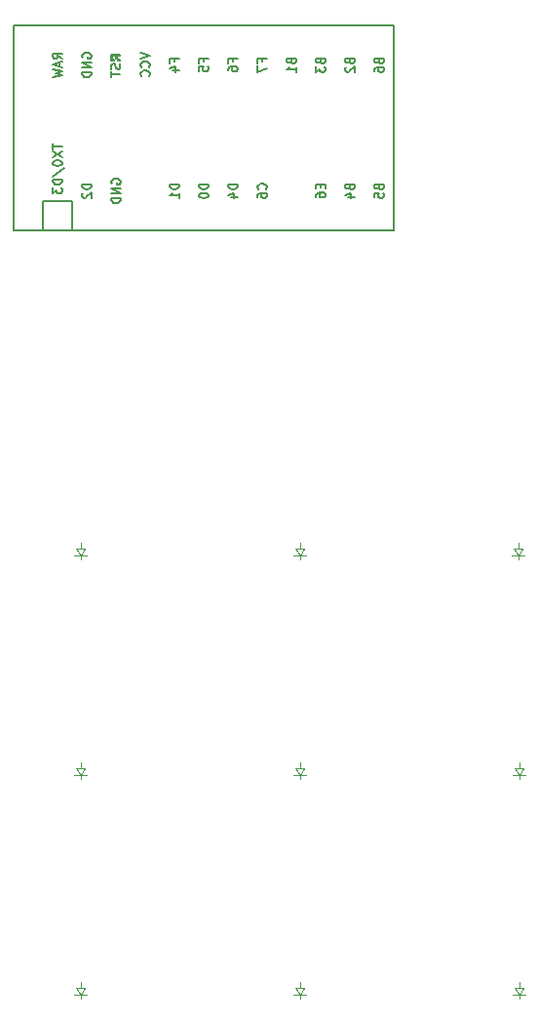
<source format=gbr>
%TF.GenerationSoftware,KiCad,Pcbnew,8.0.2*%
%TF.CreationDate,2024-05-13T19:47:08+03:00*%
%TF.ProjectId,tasta_mea,74617374-615f-46d6-9561-2e6b69636164,rev?*%
%TF.SameCoordinates,Original*%
%TF.FileFunction,Legend,Bot*%
%TF.FilePolarity,Positive*%
%FSLAX46Y46*%
G04 Gerber Fmt 4.6, Leading zero omitted, Abs format (unit mm)*
G04 Created by KiCad (PCBNEW 8.0.2) date 2024-05-13 19:47:08*
%MOMM*%
%LPD*%
G01*
G04 APERTURE LIST*
%ADD10C,0.150000*%
%ADD11C,0.200000*%
%ADD12C,0.100000*%
%ADD13R,1.752600X1.752600*%
%ADD14C,1.752600*%
%ADD15O,2.720000X3.240000*%
%ADD16R,1.800000X1.800000*%
%ADD17C,1.800000*%
%ADD18C,1.750000*%
%ADD19C,4.000000*%
%ADD20C,2.500000*%
%ADD21R,1.600000X1.600000*%
%ADD22O,1.600000X1.600000*%
G04 APERTURE END LIST*
D10*
X106110390Y-35771476D02*
X106072295Y-35695286D01*
X106072295Y-35695286D02*
X106072295Y-35581000D01*
X106072295Y-35581000D02*
X106110390Y-35466714D01*
X106110390Y-35466714D02*
X106186580Y-35390524D01*
X106186580Y-35390524D02*
X106262771Y-35352429D01*
X106262771Y-35352429D02*
X106415152Y-35314333D01*
X106415152Y-35314333D02*
X106529438Y-35314333D01*
X106529438Y-35314333D02*
X106681819Y-35352429D01*
X106681819Y-35352429D02*
X106758009Y-35390524D01*
X106758009Y-35390524D02*
X106834200Y-35466714D01*
X106834200Y-35466714D02*
X106872295Y-35581000D01*
X106872295Y-35581000D02*
X106872295Y-35657191D01*
X106872295Y-35657191D02*
X106834200Y-35771476D01*
X106834200Y-35771476D02*
X106796104Y-35809572D01*
X106796104Y-35809572D02*
X106529438Y-35809572D01*
X106529438Y-35809572D02*
X106529438Y-35657191D01*
X106872295Y-36152429D02*
X106072295Y-36152429D01*
X106072295Y-36152429D02*
X106872295Y-36609572D01*
X106872295Y-36609572D02*
X106072295Y-36609572D01*
X106872295Y-36990524D02*
X106072295Y-36990524D01*
X106072295Y-36990524D02*
X106072295Y-37181000D01*
X106072295Y-37181000D02*
X106110390Y-37295286D01*
X106110390Y-37295286D02*
X106186580Y-37371476D01*
X106186580Y-37371476D02*
X106262771Y-37409571D01*
X106262771Y-37409571D02*
X106415152Y-37447667D01*
X106415152Y-37447667D02*
X106529438Y-37447667D01*
X106529438Y-37447667D02*
X106681819Y-37409571D01*
X106681819Y-37409571D02*
X106758009Y-37371476D01*
X106758009Y-37371476D02*
X106834200Y-37295286D01*
X106834200Y-37295286D02*
X106872295Y-37181000D01*
X106872295Y-37181000D02*
X106872295Y-36990524D01*
X106814200Y-25346666D02*
X106852295Y-25460952D01*
X106852295Y-25460952D02*
X106852295Y-25651428D01*
X106852295Y-25651428D02*
X106814200Y-25727619D01*
X106814200Y-25727619D02*
X106776104Y-25765714D01*
X106776104Y-25765714D02*
X106699914Y-25803809D01*
X106699914Y-25803809D02*
X106623723Y-25803809D01*
X106623723Y-25803809D02*
X106547533Y-25765714D01*
X106547533Y-25765714D02*
X106509438Y-25727619D01*
X106509438Y-25727619D02*
X106471342Y-25651428D01*
X106471342Y-25651428D02*
X106433247Y-25499047D01*
X106433247Y-25499047D02*
X106395152Y-25422857D01*
X106395152Y-25422857D02*
X106357057Y-25384762D01*
X106357057Y-25384762D02*
X106280866Y-25346666D01*
X106280866Y-25346666D02*
X106204676Y-25346666D01*
X106204676Y-25346666D02*
X106128485Y-25384762D01*
X106128485Y-25384762D02*
X106090390Y-25422857D01*
X106090390Y-25422857D02*
X106052295Y-25499047D01*
X106052295Y-25499047D02*
X106052295Y-25689524D01*
X106052295Y-25689524D02*
X106090390Y-25803809D01*
X106052295Y-26032381D02*
X106052295Y-26489524D01*
X106852295Y-26260952D02*
X106052295Y-26260952D01*
X111952295Y-35790524D02*
X111152295Y-35790524D01*
X111152295Y-35790524D02*
X111152295Y-35981000D01*
X111152295Y-35981000D02*
X111190390Y-36095286D01*
X111190390Y-36095286D02*
X111266580Y-36171476D01*
X111266580Y-36171476D02*
X111342771Y-36209571D01*
X111342771Y-36209571D02*
X111495152Y-36247667D01*
X111495152Y-36247667D02*
X111609438Y-36247667D01*
X111609438Y-36247667D02*
X111761819Y-36209571D01*
X111761819Y-36209571D02*
X111838009Y-36171476D01*
X111838009Y-36171476D02*
X111914200Y-36095286D01*
X111914200Y-36095286D02*
X111952295Y-35981000D01*
X111952295Y-35981000D02*
X111952295Y-35790524D01*
X111952295Y-37009571D02*
X111952295Y-36552428D01*
X111952295Y-36781000D02*
X111152295Y-36781000D01*
X111152295Y-36781000D02*
X111266580Y-36704809D01*
X111266580Y-36704809D02*
X111342771Y-36628619D01*
X111342771Y-36628619D02*
X111380866Y-36552428D01*
X100992295Y-32301395D02*
X100992295Y-32758538D01*
X101792295Y-32529966D02*
X100992295Y-32529966D01*
X100992295Y-32949014D02*
X101792295Y-33482348D01*
X100992295Y-33482348D02*
X101792295Y-32949014D01*
X100992295Y-33939491D02*
X100992295Y-34015681D01*
X100992295Y-34015681D02*
X101030390Y-34091872D01*
X101030390Y-34091872D02*
X101068485Y-34129967D01*
X101068485Y-34129967D02*
X101144676Y-34168062D01*
X101144676Y-34168062D02*
X101297057Y-34206157D01*
X101297057Y-34206157D02*
X101487533Y-34206157D01*
X101487533Y-34206157D02*
X101639914Y-34168062D01*
X101639914Y-34168062D02*
X101716104Y-34129967D01*
X101716104Y-34129967D02*
X101754200Y-34091872D01*
X101754200Y-34091872D02*
X101792295Y-34015681D01*
X101792295Y-34015681D02*
X101792295Y-33939491D01*
X101792295Y-33939491D02*
X101754200Y-33863300D01*
X101754200Y-33863300D02*
X101716104Y-33825205D01*
X101716104Y-33825205D02*
X101639914Y-33787110D01*
X101639914Y-33787110D02*
X101487533Y-33749014D01*
X101487533Y-33749014D02*
X101297057Y-33749014D01*
X101297057Y-33749014D02*
X101144676Y-33787110D01*
X101144676Y-33787110D02*
X101068485Y-33825205D01*
X101068485Y-33825205D02*
X101030390Y-33863300D01*
X101030390Y-33863300D02*
X100992295Y-33939491D01*
X100954200Y-35120443D02*
X101982771Y-34434729D01*
X101792295Y-35387110D02*
X100992295Y-35387110D01*
X100992295Y-35387110D02*
X100992295Y-35577586D01*
X100992295Y-35577586D02*
X101030390Y-35691872D01*
X101030390Y-35691872D02*
X101106580Y-35768062D01*
X101106580Y-35768062D02*
X101182771Y-35806157D01*
X101182771Y-35806157D02*
X101335152Y-35844253D01*
X101335152Y-35844253D02*
X101449438Y-35844253D01*
X101449438Y-35844253D02*
X101601819Y-35806157D01*
X101601819Y-35806157D02*
X101678009Y-35768062D01*
X101678009Y-35768062D02*
X101754200Y-35691872D01*
X101754200Y-35691872D02*
X101792295Y-35577586D01*
X101792295Y-35577586D02*
X101792295Y-35387110D01*
X100992295Y-36110919D02*
X100992295Y-36606157D01*
X100992295Y-36606157D02*
X101297057Y-36339491D01*
X101297057Y-36339491D02*
X101297057Y-36453776D01*
X101297057Y-36453776D02*
X101335152Y-36529967D01*
X101335152Y-36529967D02*
X101373247Y-36568062D01*
X101373247Y-36568062D02*
X101449438Y-36606157D01*
X101449438Y-36606157D02*
X101639914Y-36606157D01*
X101639914Y-36606157D02*
X101716104Y-36568062D01*
X101716104Y-36568062D02*
X101754200Y-36529967D01*
X101754200Y-36529967D02*
X101792295Y-36453776D01*
X101792295Y-36453776D02*
X101792295Y-36225205D01*
X101792295Y-36225205D02*
X101754200Y-36149014D01*
X101754200Y-36149014D02*
X101716104Y-36110919D01*
X121693247Y-25135190D02*
X121731342Y-25249476D01*
X121731342Y-25249476D02*
X121769438Y-25287571D01*
X121769438Y-25287571D02*
X121845628Y-25325667D01*
X121845628Y-25325667D02*
X121959914Y-25325667D01*
X121959914Y-25325667D02*
X122036104Y-25287571D01*
X122036104Y-25287571D02*
X122074200Y-25249476D01*
X122074200Y-25249476D02*
X122112295Y-25173286D01*
X122112295Y-25173286D02*
X122112295Y-24868524D01*
X122112295Y-24868524D02*
X121312295Y-24868524D01*
X121312295Y-24868524D02*
X121312295Y-25135190D01*
X121312295Y-25135190D02*
X121350390Y-25211381D01*
X121350390Y-25211381D02*
X121388485Y-25249476D01*
X121388485Y-25249476D02*
X121464676Y-25287571D01*
X121464676Y-25287571D02*
X121540866Y-25287571D01*
X121540866Y-25287571D02*
X121617057Y-25249476D01*
X121617057Y-25249476D02*
X121655152Y-25211381D01*
X121655152Y-25211381D02*
X121693247Y-25135190D01*
X121693247Y-25135190D02*
X121693247Y-24868524D01*
X122112295Y-26087571D02*
X122112295Y-25630428D01*
X122112295Y-25859000D02*
X121312295Y-25859000D01*
X121312295Y-25859000D02*
X121426580Y-25782809D01*
X121426580Y-25782809D02*
X121502771Y-25706619D01*
X121502771Y-25706619D02*
X121540866Y-25630428D01*
X126773247Y-36057190D02*
X126811342Y-36171476D01*
X126811342Y-36171476D02*
X126849438Y-36209571D01*
X126849438Y-36209571D02*
X126925628Y-36247667D01*
X126925628Y-36247667D02*
X127039914Y-36247667D01*
X127039914Y-36247667D02*
X127116104Y-36209571D01*
X127116104Y-36209571D02*
X127154200Y-36171476D01*
X127154200Y-36171476D02*
X127192295Y-36095286D01*
X127192295Y-36095286D02*
X127192295Y-35790524D01*
X127192295Y-35790524D02*
X126392295Y-35790524D01*
X126392295Y-35790524D02*
X126392295Y-36057190D01*
X126392295Y-36057190D02*
X126430390Y-36133381D01*
X126430390Y-36133381D02*
X126468485Y-36171476D01*
X126468485Y-36171476D02*
X126544676Y-36209571D01*
X126544676Y-36209571D02*
X126620866Y-36209571D01*
X126620866Y-36209571D02*
X126697057Y-36171476D01*
X126697057Y-36171476D02*
X126735152Y-36133381D01*
X126735152Y-36133381D02*
X126773247Y-36057190D01*
X126773247Y-36057190D02*
X126773247Y-35790524D01*
X126658961Y-36933381D02*
X127192295Y-36933381D01*
X126354200Y-36742905D02*
X126925628Y-36552428D01*
X126925628Y-36552428D02*
X126925628Y-37047667D01*
X114492295Y-35790524D02*
X113692295Y-35790524D01*
X113692295Y-35790524D02*
X113692295Y-35981000D01*
X113692295Y-35981000D02*
X113730390Y-36095286D01*
X113730390Y-36095286D02*
X113806580Y-36171476D01*
X113806580Y-36171476D02*
X113882771Y-36209571D01*
X113882771Y-36209571D02*
X114035152Y-36247667D01*
X114035152Y-36247667D02*
X114149438Y-36247667D01*
X114149438Y-36247667D02*
X114301819Y-36209571D01*
X114301819Y-36209571D02*
X114378009Y-36171476D01*
X114378009Y-36171476D02*
X114454200Y-36095286D01*
X114454200Y-36095286D02*
X114492295Y-35981000D01*
X114492295Y-35981000D02*
X114492295Y-35790524D01*
X113692295Y-36742905D02*
X113692295Y-36819095D01*
X113692295Y-36819095D02*
X113730390Y-36895286D01*
X113730390Y-36895286D02*
X113768485Y-36933381D01*
X113768485Y-36933381D02*
X113844676Y-36971476D01*
X113844676Y-36971476D02*
X113997057Y-37009571D01*
X113997057Y-37009571D02*
X114187533Y-37009571D01*
X114187533Y-37009571D02*
X114339914Y-36971476D01*
X114339914Y-36971476D02*
X114416104Y-36933381D01*
X114416104Y-36933381D02*
X114454200Y-36895286D01*
X114454200Y-36895286D02*
X114492295Y-36819095D01*
X114492295Y-36819095D02*
X114492295Y-36742905D01*
X114492295Y-36742905D02*
X114454200Y-36666714D01*
X114454200Y-36666714D02*
X114416104Y-36628619D01*
X114416104Y-36628619D02*
X114339914Y-36590524D01*
X114339914Y-36590524D02*
X114187533Y-36552428D01*
X114187533Y-36552428D02*
X113997057Y-36552428D01*
X113997057Y-36552428D02*
X113844676Y-36590524D01*
X113844676Y-36590524D02*
X113768485Y-36628619D01*
X113768485Y-36628619D02*
X113730390Y-36666714D01*
X113730390Y-36666714D02*
X113692295Y-36742905D01*
X129313247Y-36057190D02*
X129351342Y-36171476D01*
X129351342Y-36171476D02*
X129389438Y-36209571D01*
X129389438Y-36209571D02*
X129465628Y-36247667D01*
X129465628Y-36247667D02*
X129579914Y-36247667D01*
X129579914Y-36247667D02*
X129656104Y-36209571D01*
X129656104Y-36209571D02*
X129694200Y-36171476D01*
X129694200Y-36171476D02*
X129732295Y-36095286D01*
X129732295Y-36095286D02*
X129732295Y-35790524D01*
X129732295Y-35790524D02*
X128932295Y-35790524D01*
X128932295Y-35790524D02*
X128932295Y-36057190D01*
X128932295Y-36057190D02*
X128970390Y-36133381D01*
X128970390Y-36133381D02*
X129008485Y-36171476D01*
X129008485Y-36171476D02*
X129084676Y-36209571D01*
X129084676Y-36209571D02*
X129160866Y-36209571D01*
X129160866Y-36209571D02*
X129237057Y-36171476D01*
X129237057Y-36171476D02*
X129275152Y-36133381D01*
X129275152Y-36133381D02*
X129313247Y-36057190D01*
X129313247Y-36057190D02*
X129313247Y-35790524D01*
X128932295Y-36971476D02*
X128932295Y-36590524D01*
X128932295Y-36590524D02*
X129313247Y-36552428D01*
X129313247Y-36552428D02*
X129275152Y-36590524D01*
X129275152Y-36590524D02*
X129237057Y-36666714D01*
X129237057Y-36666714D02*
X129237057Y-36857190D01*
X129237057Y-36857190D02*
X129275152Y-36933381D01*
X129275152Y-36933381D02*
X129313247Y-36971476D01*
X129313247Y-36971476D02*
X129389438Y-37009571D01*
X129389438Y-37009571D02*
X129579914Y-37009571D01*
X129579914Y-37009571D02*
X129656104Y-36971476D01*
X129656104Y-36971476D02*
X129694200Y-36933381D01*
X129694200Y-36933381D02*
X129732295Y-36857190D01*
X129732295Y-36857190D02*
X129732295Y-36666714D01*
X129732295Y-36666714D02*
X129694200Y-36590524D01*
X129694200Y-36590524D02*
X129656104Y-36552428D01*
X116613247Y-25192333D02*
X116613247Y-24925667D01*
X117032295Y-24925667D02*
X116232295Y-24925667D01*
X116232295Y-24925667D02*
X116232295Y-25306619D01*
X116232295Y-25954238D02*
X116232295Y-25801857D01*
X116232295Y-25801857D02*
X116270390Y-25725666D01*
X116270390Y-25725666D02*
X116308485Y-25687571D01*
X116308485Y-25687571D02*
X116422771Y-25611381D01*
X116422771Y-25611381D02*
X116575152Y-25573285D01*
X116575152Y-25573285D02*
X116879914Y-25573285D01*
X116879914Y-25573285D02*
X116956104Y-25611381D01*
X116956104Y-25611381D02*
X116994200Y-25649476D01*
X116994200Y-25649476D02*
X117032295Y-25725666D01*
X117032295Y-25725666D02*
X117032295Y-25878047D01*
X117032295Y-25878047D02*
X116994200Y-25954238D01*
X116994200Y-25954238D02*
X116956104Y-25992333D01*
X116956104Y-25992333D02*
X116879914Y-26030428D01*
X116879914Y-26030428D02*
X116689438Y-26030428D01*
X116689438Y-26030428D02*
X116613247Y-25992333D01*
X116613247Y-25992333D02*
X116575152Y-25954238D01*
X116575152Y-25954238D02*
X116537057Y-25878047D01*
X116537057Y-25878047D02*
X116537057Y-25725666D01*
X116537057Y-25725666D02*
X116575152Y-25649476D01*
X116575152Y-25649476D02*
X116613247Y-25611381D01*
X116613247Y-25611381D02*
X116689438Y-25573285D01*
X101792295Y-24906619D02*
X101411342Y-24639952D01*
X101792295Y-24449476D02*
X100992295Y-24449476D01*
X100992295Y-24449476D02*
X100992295Y-24754238D01*
X100992295Y-24754238D02*
X101030390Y-24830428D01*
X101030390Y-24830428D02*
X101068485Y-24868523D01*
X101068485Y-24868523D02*
X101144676Y-24906619D01*
X101144676Y-24906619D02*
X101258961Y-24906619D01*
X101258961Y-24906619D02*
X101335152Y-24868523D01*
X101335152Y-24868523D02*
X101373247Y-24830428D01*
X101373247Y-24830428D02*
X101411342Y-24754238D01*
X101411342Y-24754238D02*
X101411342Y-24449476D01*
X101563723Y-25211380D02*
X101563723Y-25592333D01*
X101792295Y-25135190D02*
X100992295Y-25401857D01*
X100992295Y-25401857D02*
X101792295Y-25668523D01*
X100992295Y-25858999D02*
X101792295Y-26049475D01*
X101792295Y-26049475D02*
X101220866Y-26201856D01*
X101220866Y-26201856D02*
X101792295Y-26354237D01*
X101792295Y-26354237D02*
X100992295Y-26544714D01*
X119153247Y-25192333D02*
X119153247Y-24925667D01*
X119572295Y-24925667D02*
X118772295Y-24925667D01*
X118772295Y-24925667D02*
X118772295Y-25306619D01*
X118772295Y-25535190D02*
X118772295Y-26068524D01*
X118772295Y-26068524D02*
X119572295Y-25725666D01*
X126773247Y-25135190D02*
X126811342Y-25249476D01*
X126811342Y-25249476D02*
X126849438Y-25287571D01*
X126849438Y-25287571D02*
X126925628Y-25325667D01*
X126925628Y-25325667D02*
X127039914Y-25325667D01*
X127039914Y-25325667D02*
X127116104Y-25287571D01*
X127116104Y-25287571D02*
X127154200Y-25249476D01*
X127154200Y-25249476D02*
X127192295Y-25173286D01*
X127192295Y-25173286D02*
X127192295Y-24868524D01*
X127192295Y-24868524D02*
X126392295Y-24868524D01*
X126392295Y-24868524D02*
X126392295Y-25135190D01*
X126392295Y-25135190D02*
X126430390Y-25211381D01*
X126430390Y-25211381D02*
X126468485Y-25249476D01*
X126468485Y-25249476D02*
X126544676Y-25287571D01*
X126544676Y-25287571D02*
X126620866Y-25287571D01*
X126620866Y-25287571D02*
X126697057Y-25249476D01*
X126697057Y-25249476D02*
X126735152Y-25211381D01*
X126735152Y-25211381D02*
X126773247Y-25135190D01*
X126773247Y-25135190D02*
X126773247Y-24868524D01*
X126468485Y-25630428D02*
X126430390Y-25668524D01*
X126430390Y-25668524D02*
X126392295Y-25744714D01*
X126392295Y-25744714D02*
X126392295Y-25935190D01*
X126392295Y-25935190D02*
X126430390Y-26011381D01*
X126430390Y-26011381D02*
X126468485Y-26049476D01*
X126468485Y-26049476D02*
X126544676Y-26087571D01*
X126544676Y-26087571D02*
X126620866Y-26087571D01*
X126620866Y-26087571D02*
X126735152Y-26049476D01*
X126735152Y-26049476D02*
X127192295Y-25592333D01*
X127192295Y-25592333D02*
X127192295Y-26087571D01*
X108612295Y-24392333D02*
X109412295Y-24659000D01*
X109412295Y-24659000D02*
X108612295Y-24925666D01*
X109336104Y-25649476D02*
X109374200Y-25611380D01*
X109374200Y-25611380D02*
X109412295Y-25497095D01*
X109412295Y-25497095D02*
X109412295Y-25420904D01*
X109412295Y-25420904D02*
X109374200Y-25306618D01*
X109374200Y-25306618D02*
X109298009Y-25230428D01*
X109298009Y-25230428D02*
X109221819Y-25192333D01*
X109221819Y-25192333D02*
X109069438Y-25154237D01*
X109069438Y-25154237D02*
X108955152Y-25154237D01*
X108955152Y-25154237D02*
X108802771Y-25192333D01*
X108802771Y-25192333D02*
X108726580Y-25230428D01*
X108726580Y-25230428D02*
X108650390Y-25306618D01*
X108650390Y-25306618D02*
X108612295Y-25420904D01*
X108612295Y-25420904D02*
X108612295Y-25497095D01*
X108612295Y-25497095D02*
X108650390Y-25611380D01*
X108650390Y-25611380D02*
X108688485Y-25649476D01*
X109336104Y-26449476D02*
X109374200Y-26411380D01*
X109374200Y-26411380D02*
X109412295Y-26297095D01*
X109412295Y-26297095D02*
X109412295Y-26220904D01*
X109412295Y-26220904D02*
X109374200Y-26106618D01*
X109374200Y-26106618D02*
X109298009Y-26030428D01*
X109298009Y-26030428D02*
X109221819Y-25992333D01*
X109221819Y-25992333D02*
X109069438Y-25954237D01*
X109069438Y-25954237D02*
X108955152Y-25954237D01*
X108955152Y-25954237D02*
X108802771Y-25992333D01*
X108802771Y-25992333D02*
X108726580Y-26030428D01*
X108726580Y-26030428D02*
X108650390Y-26106618D01*
X108650390Y-26106618D02*
X108612295Y-26220904D01*
X108612295Y-26220904D02*
X108612295Y-26297095D01*
X108612295Y-26297095D02*
X108650390Y-26411380D01*
X108650390Y-26411380D02*
X108688485Y-26449476D01*
X103570390Y-24849476D02*
X103532295Y-24773286D01*
X103532295Y-24773286D02*
X103532295Y-24659000D01*
X103532295Y-24659000D02*
X103570390Y-24544714D01*
X103570390Y-24544714D02*
X103646580Y-24468524D01*
X103646580Y-24468524D02*
X103722771Y-24430429D01*
X103722771Y-24430429D02*
X103875152Y-24392333D01*
X103875152Y-24392333D02*
X103989438Y-24392333D01*
X103989438Y-24392333D02*
X104141819Y-24430429D01*
X104141819Y-24430429D02*
X104218009Y-24468524D01*
X104218009Y-24468524D02*
X104294200Y-24544714D01*
X104294200Y-24544714D02*
X104332295Y-24659000D01*
X104332295Y-24659000D02*
X104332295Y-24735191D01*
X104332295Y-24735191D02*
X104294200Y-24849476D01*
X104294200Y-24849476D02*
X104256104Y-24887572D01*
X104256104Y-24887572D02*
X103989438Y-24887572D01*
X103989438Y-24887572D02*
X103989438Y-24735191D01*
X104332295Y-25230429D02*
X103532295Y-25230429D01*
X103532295Y-25230429D02*
X104332295Y-25687572D01*
X104332295Y-25687572D02*
X103532295Y-25687572D01*
X104332295Y-26068524D02*
X103532295Y-26068524D01*
X103532295Y-26068524D02*
X103532295Y-26259000D01*
X103532295Y-26259000D02*
X103570390Y-26373286D01*
X103570390Y-26373286D02*
X103646580Y-26449476D01*
X103646580Y-26449476D02*
X103722771Y-26487571D01*
X103722771Y-26487571D02*
X103875152Y-26525667D01*
X103875152Y-26525667D02*
X103989438Y-26525667D01*
X103989438Y-26525667D02*
X104141819Y-26487571D01*
X104141819Y-26487571D02*
X104218009Y-26449476D01*
X104218009Y-26449476D02*
X104294200Y-26373286D01*
X104294200Y-26373286D02*
X104332295Y-26259000D01*
X104332295Y-26259000D02*
X104332295Y-26068524D01*
X111533247Y-25192333D02*
X111533247Y-24925667D01*
X111952295Y-24925667D02*
X111152295Y-24925667D01*
X111152295Y-24925667D02*
X111152295Y-25306619D01*
X111418961Y-25954238D02*
X111952295Y-25954238D01*
X111114200Y-25763762D02*
X111685628Y-25573285D01*
X111685628Y-25573285D02*
X111685628Y-26068524D01*
X129313247Y-25135190D02*
X129351342Y-25249476D01*
X129351342Y-25249476D02*
X129389438Y-25287571D01*
X129389438Y-25287571D02*
X129465628Y-25325667D01*
X129465628Y-25325667D02*
X129579914Y-25325667D01*
X129579914Y-25325667D02*
X129656104Y-25287571D01*
X129656104Y-25287571D02*
X129694200Y-25249476D01*
X129694200Y-25249476D02*
X129732295Y-25173286D01*
X129732295Y-25173286D02*
X129732295Y-24868524D01*
X129732295Y-24868524D02*
X128932295Y-24868524D01*
X128932295Y-24868524D02*
X128932295Y-25135190D01*
X128932295Y-25135190D02*
X128970390Y-25211381D01*
X128970390Y-25211381D02*
X129008485Y-25249476D01*
X129008485Y-25249476D02*
X129084676Y-25287571D01*
X129084676Y-25287571D02*
X129160866Y-25287571D01*
X129160866Y-25287571D02*
X129237057Y-25249476D01*
X129237057Y-25249476D02*
X129275152Y-25211381D01*
X129275152Y-25211381D02*
X129313247Y-25135190D01*
X129313247Y-25135190D02*
X129313247Y-24868524D01*
X128932295Y-26011381D02*
X128932295Y-25859000D01*
X128932295Y-25859000D02*
X128970390Y-25782809D01*
X128970390Y-25782809D02*
X129008485Y-25744714D01*
X129008485Y-25744714D02*
X129122771Y-25668524D01*
X129122771Y-25668524D02*
X129275152Y-25630428D01*
X129275152Y-25630428D02*
X129579914Y-25630428D01*
X129579914Y-25630428D02*
X129656104Y-25668524D01*
X129656104Y-25668524D02*
X129694200Y-25706619D01*
X129694200Y-25706619D02*
X129732295Y-25782809D01*
X129732295Y-25782809D02*
X129732295Y-25935190D01*
X129732295Y-25935190D02*
X129694200Y-26011381D01*
X129694200Y-26011381D02*
X129656104Y-26049476D01*
X129656104Y-26049476D02*
X129579914Y-26087571D01*
X129579914Y-26087571D02*
X129389438Y-26087571D01*
X129389438Y-26087571D02*
X129313247Y-26049476D01*
X129313247Y-26049476D02*
X129275152Y-26011381D01*
X129275152Y-26011381D02*
X129237057Y-25935190D01*
X129237057Y-25935190D02*
X129237057Y-25782809D01*
X129237057Y-25782809D02*
X129275152Y-25706619D01*
X129275152Y-25706619D02*
X129313247Y-25668524D01*
X129313247Y-25668524D02*
X129389438Y-25630428D01*
X119496104Y-36247667D02*
X119534200Y-36209571D01*
X119534200Y-36209571D02*
X119572295Y-36095286D01*
X119572295Y-36095286D02*
X119572295Y-36019095D01*
X119572295Y-36019095D02*
X119534200Y-35904809D01*
X119534200Y-35904809D02*
X119458009Y-35828619D01*
X119458009Y-35828619D02*
X119381819Y-35790524D01*
X119381819Y-35790524D02*
X119229438Y-35752428D01*
X119229438Y-35752428D02*
X119115152Y-35752428D01*
X119115152Y-35752428D02*
X118962771Y-35790524D01*
X118962771Y-35790524D02*
X118886580Y-35828619D01*
X118886580Y-35828619D02*
X118810390Y-35904809D01*
X118810390Y-35904809D02*
X118772295Y-36019095D01*
X118772295Y-36019095D02*
X118772295Y-36095286D01*
X118772295Y-36095286D02*
X118810390Y-36209571D01*
X118810390Y-36209571D02*
X118848485Y-36247667D01*
X118772295Y-36933381D02*
X118772295Y-36781000D01*
X118772295Y-36781000D02*
X118810390Y-36704809D01*
X118810390Y-36704809D02*
X118848485Y-36666714D01*
X118848485Y-36666714D02*
X118962771Y-36590524D01*
X118962771Y-36590524D02*
X119115152Y-36552428D01*
X119115152Y-36552428D02*
X119419914Y-36552428D01*
X119419914Y-36552428D02*
X119496104Y-36590524D01*
X119496104Y-36590524D02*
X119534200Y-36628619D01*
X119534200Y-36628619D02*
X119572295Y-36704809D01*
X119572295Y-36704809D02*
X119572295Y-36857190D01*
X119572295Y-36857190D02*
X119534200Y-36933381D01*
X119534200Y-36933381D02*
X119496104Y-36971476D01*
X119496104Y-36971476D02*
X119419914Y-37009571D01*
X119419914Y-37009571D02*
X119229438Y-37009571D01*
X119229438Y-37009571D02*
X119153247Y-36971476D01*
X119153247Y-36971476D02*
X119115152Y-36933381D01*
X119115152Y-36933381D02*
X119077057Y-36857190D01*
X119077057Y-36857190D02*
X119077057Y-36704809D01*
X119077057Y-36704809D02*
X119115152Y-36628619D01*
X119115152Y-36628619D02*
X119153247Y-36590524D01*
X119153247Y-36590524D02*
X119229438Y-36552428D01*
X104332295Y-35790524D02*
X103532295Y-35790524D01*
X103532295Y-35790524D02*
X103532295Y-35981000D01*
X103532295Y-35981000D02*
X103570390Y-36095286D01*
X103570390Y-36095286D02*
X103646580Y-36171476D01*
X103646580Y-36171476D02*
X103722771Y-36209571D01*
X103722771Y-36209571D02*
X103875152Y-36247667D01*
X103875152Y-36247667D02*
X103989438Y-36247667D01*
X103989438Y-36247667D02*
X104141819Y-36209571D01*
X104141819Y-36209571D02*
X104218009Y-36171476D01*
X104218009Y-36171476D02*
X104294200Y-36095286D01*
X104294200Y-36095286D02*
X104332295Y-35981000D01*
X104332295Y-35981000D02*
X104332295Y-35790524D01*
X103608485Y-36552428D02*
X103570390Y-36590524D01*
X103570390Y-36590524D02*
X103532295Y-36666714D01*
X103532295Y-36666714D02*
X103532295Y-36857190D01*
X103532295Y-36857190D02*
X103570390Y-36933381D01*
X103570390Y-36933381D02*
X103608485Y-36971476D01*
X103608485Y-36971476D02*
X103684676Y-37009571D01*
X103684676Y-37009571D02*
X103760866Y-37009571D01*
X103760866Y-37009571D02*
X103875152Y-36971476D01*
X103875152Y-36971476D02*
X104332295Y-36514333D01*
X104332295Y-36514333D02*
X104332295Y-37009571D01*
X124233247Y-25135190D02*
X124271342Y-25249476D01*
X124271342Y-25249476D02*
X124309438Y-25287571D01*
X124309438Y-25287571D02*
X124385628Y-25325667D01*
X124385628Y-25325667D02*
X124499914Y-25325667D01*
X124499914Y-25325667D02*
X124576104Y-25287571D01*
X124576104Y-25287571D02*
X124614200Y-25249476D01*
X124614200Y-25249476D02*
X124652295Y-25173286D01*
X124652295Y-25173286D02*
X124652295Y-24868524D01*
X124652295Y-24868524D02*
X123852295Y-24868524D01*
X123852295Y-24868524D02*
X123852295Y-25135190D01*
X123852295Y-25135190D02*
X123890390Y-25211381D01*
X123890390Y-25211381D02*
X123928485Y-25249476D01*
X123928485Y-25249476D02*
X124004676Y-25287571D01*
X124004676Y-25287571D02*
X124080866Y-25287571D01*
X124080866Y-25287571D02*
X124157057Y-25249476D01*
X124157057Y-25249476D02*
X124195152Y-25211381D01*
X124195152Y-25211381D02*
X124233247Y-25135190D01*
X124233247Y-25135190D02*
X124233247Y-24868524D01*
X123852295Y-25592333D02*
X123852295Y-26087571D01*
X123852295Y-26087571D02*
X124157057Y-25820905D01*
X124157057Y-25820905D02*
X124157057Y-25935190D01*
X124157057Y-25935190D02*
X124195152Y-26011381D01*
X124195152Y-26011381D02*
X124233247Y-26049476D01*
X124233247Y-26049476D02*
X124309438Y-26087571D01*
X124309438Y-26087571D02*
X124499914Y-26087571D01*
X124499914Y-26087571D02*
X124576104Y-26049476D01*
X124576104Y-26049476D02*
X124614200Y-26011381D01*
X124614200Y-26011381D02*
X124652295Y-25935190D01*
X124652295Y-25935190D02*
X124652295Y-25706619D01*
X124652295Y-25706619D02*
X124614200Y-25630428D01*
X124614200Y-25630428D02*
X124576104Y-25592333D01*
X117032295Y-35790524D02*
X116232295Y-35790524D01*
X116232295Y-35790524D02*
X116232295Y-35981000D01*
X116232295Y-35981000D02*
X116270390Y-36095286D01*
X116270390Y-36095286D02*
X116346580Y-36171476D01*
X116346580Y-36171476D02*
X116422771Y-36209571D01*
X116422771Y-36209571D02*
X116575152Y-36247667D01*
X116575152Y-36247667D02*
X116689438Y-36247667D01*
X116689438Y-36247667D02*
X116841819Y-36209571D01*
X116841819Y-36209571D02*
X116918009Y-36171476D01*
X116918009Y-36171476D02*
X116994200Y-36095286D01*
X116994200Y-36095286D02*
X117032295Y-35981000D01*
X117032295Y-35981000D02*
X117032295Y-35790524D01*
X116498961Y-36933381D02*
X117032295Y-36933381D01*
X116194200Y-36742905D02*
X116765628Y-36552428D01*
X116765628Y-36552428D02*
X116765628Y-37047667D01*
X124233247Y-35828619D02*
X124233247Y-36095285D01*
X124652295Y-36209571D02*
X124652295Y-35828619D01*
X124652295Y-35828619D02*
X123852295Y-35828619D01*
X123852295Y-35828619D02*
X123852295Y-36209571D01*
X123852295Y-36895286D02*
X123852295Y-36742905D01*
X123852295Y-36742905D02*
X123890390Y-36666714D01*
X123890390Y-36666714D02*
X123928485Y-36628619D01*
X123928485Y-36628619D02*
X124042771Y-36552429D01*
X124042771Y-36552429D02*
X124195152Y-36514333D01*
X124195152Y-36514333D02*
X124499914Y-36514333D01*
X124499914Y-36514333D02*
X124576104Y-36552429D01*
X124576104Y-36552429D02*
X124614200Y-36590524D01*
X124614200Y-36590524D02*
X124652295Y-36666714D01*
X124652295Y-36666714D02*
X124652295Y-36819095D01*
X124652295Y-36819095D02*
X124614200Y-36895286D01*
X124614200Y-36895286D02*
X124576104Y-36933381D01*
X124576104Y-36933381D02*
X124499914Y-36971476D01*
X124499914Y-36971476D02*
X124309438Y-36971476D01*
X124309438Y-36971476D02*
X124233247Y-36933381D01*
X124233247Y-36933381D02*
X124195152Y-36895286D01*
X124195152Y-36895286D02*
X124157057Y-36819095D01*
X124157057Y-36819095D02*
X124157057Y-36666714D01*
X124157057Y-36666714D02*
X124195152Y-36590524D01*
X124195152Y-36590524D02*
X124233247Y-36552429D01*
X124233247Y-36552429D02*
X124309438Y-36514333D01*
X114073247Y-25192333D02*
X114073247Y-24925667D01*
X114492295Y-24925667D02*
X113692295Y-24925667D01*
X113692295Y-24925667D02*
X113692295Y-25306619D01*
X113692295Y-25992333D02*
X113692295Y-25611381D01*
X113692295Y-25611381D02*
X114073247Y-25573285D01*
X114073247Y-25573285D02*
X114035152Y-25611381D01*
X114035152Y-25611381D02*
X113997057Y-25687571D01*
X113997057Y-25687571D02*
X113997057Y-25878047D01*
X113997057Y-25878047D02*
X114035152Y-25954238D01*
X114035152Y-25954238D02*
X114073247Y-25992333D01*
X114073247Y-25992333D02*
X114149438Y-26030428D01*
X114149438Y-26030428D02*
X114339914Y-26030428D01*
X114339914Y-26030428D02*
X114416104Y-25992333D01*
X114416104Y-25992333D02*
X114454200Y-25954238D01*
X114454200Y-25954238D02*
X114492295Y-25878047D01*
X114492295Y-25878047D02*
X114492295Y-25687571D01*
X114492295Y-25687571D02*
X114454200Y-25611381D01*
X114454200Y-25611381D02*
X114416104Y-25573285D01*
D11*
%TO.C,U1*%
X97620000Y-22030000D02*
X97620000Y-39810000D01*
X97620000Y-39810000D02*
X130640000Y-39810000D01*
X100160000Y-37270000D02*
X100160000Y-39810000D01*
X100160000Y-37270000D02*
X102700000Y-37270000D01*
X102700000Y-37270000D02*
X102700000Y-39810000D01*
X130640000Y-22030000D02*
X97620000Y-22030000D01*
X130640000Y-39810000D02*
X130640000Y-22030000D01*
D10*
X106849030Y-24675365D02*
X106049030Y-24675365D01*
X106049030Y-24575365D01*
X106849030Y-24575365D01*
X106849030Y-24675365D01*
G36*
X106849030Y-24675365D02*
G01*
X106049030Y-24675365D01*
X106049030Y-24575365D01*
X106849030Y-24575365D01*
X106849030Y-24675365D01*
G37*
X106149030Y-25075365D02*
X106049030Y-25075365D01*
X106049030Y-24575365D01*
X106149030Y-24575365D01*
X106149030Y-25075365D01*
G36*
X106149030Y-25075365D02*
G01*
X106049030Y-25075365D01*
X106049030Y-24575365D01*
X106149030Y-24575365D01*
X106149030Y-25075365D01*
G37*
X106349030Y-25075365D02*
X106049030Y-25075365D01*
X106049030Y-24975365D01*
X106349030Y-24975365D01*
X106349030Y-25075365D01*
G36*
X106349030Y-25075365D02*
G01*
X106049030Y-25075365D01*
X106049030Y-24975365D01*
X106349030Y-24975365D01*
X106349030Y-25075365D01*
G37*
X106549030Y-24875365D02*
X106449030Y-24875365D01*
X106449030Y-24775365D01*
X106549030Y-24775365D01*
X106549030Y-24875365D01*
G36*
X106549030Y-24875365D02*
G01*
X106449030Y-24875365D01*
X106449030Y-24775365D01*
X106549030Y-24775365D01*
X106549030Y-24875365D01*
G37*
X106849030Y-25075365D02*
X106649030Y-25075365D01*
X106649030Y-24975365D01*
X106849030Y-24975365D01*
X106849030Y-25075365D01*
G36*
X106849030Y-25075365D02*
G01*
X106649030Y-25075365D01*
X106649030Y-24975365D01*
X106849030Y-24975365D01*
X106849030Y-25075365D01*
G37*
D12*
%TO.C,D6*%
X140950000Y-87030000D02*
X142050000Y-87030000D01*
X141100000Y-86430000D02*
X141900000Y-86430000D01*
X141500000Y-85930000D02*
X141500000Y-86430000D01*
X141500000Y-87030000D02*
X141100000Y-86430000D01*
X141500000Y-87030000D02*
X141500000Y-87430000D01*
X141900000Y-86430000D02*
X141500000Y-87030000D01*
%TO.C,D9*%
X140950000Y-106080000D02*
X142050000Y-106080000D01*
X141100000Y-105480000D02*
X141900000Y-105480000D01*
X141500000Y-104980000D02*
X141500000Y-105480000D01*
X141500000Y-106080000D02*
X141100000Y-105480000D01*
X141500000Y-106080000D02*
X141500000Y-106480000D01*
X141900000Y-105480000D02*
X141500000Y-106080000D01*
%TO.C,D3*%
X140860000Y-67980000D02*
X141960000Y-67980000D01*
X141010000Y-67380000D02*
X141810000Y-67380000D01*
X141410000Y-66880000D02*
X141410000Y-67380000D01*
X141410000Y-67980000D02*
X141010000Y-67380000D01*
X141410000Y-67980000D02*
X141410000Y-68380000D01*
X141810000Y-67380000D02*
X141410000Y-67980000D01*
%TO.C,D7*%
X102850000Y-106080000D02*
X103950000Y-106080000D01*
X103000000Y-105480000D02*
X103800000Y-105480000D01*
X103400000Y-104980000D02*
X103400000Y-105480000D01*
X103400000Y-106080000D02*
X103000000Y-105480000D01*
X103400000Y-106080000D02*
X103400000Y-106480000D01*
X103800000Y-105480000D02*
X103400000Y-106080000D01*
%TO.C,D4*%
X102850000Y-87030000D02*
X103950000Y-87030000D01*
X103000000Y-86430000D02*
X103800000Y-86430000D01*
X103400000Y-85930000D02*
X103400000Y-86430000D01*
X103400000Y-87030000D02*
X103000000Y-86430000D01*
X103400000Y-87030000D02*
X103400000Y-87430000D01*
X103800000Y-86430000D02*
X103400000Y-87030000D01*
%TO.C,D8*%
X121900000Y-106080000D02*
X123000000Y-106080000D01*
X122050000Y-105480000D02*
X122850000Y-105480000D01*
X122450000Y-104980000D02*
X122450000Y-105480000D01*
X122450000Y-106080000D02*
X122050000Y-105480000D01*
X122450000Y-106080000D02*
X122450000Y-106480000D01*
X122850000Y-105480000D02*
X122450000Y-106080000D01*
%TO.C,D5*%
X121900000Y-87030000D02*
X123000000Y-87030000D01*
X122050000Y-86430000D02*
X122850000Y-86430000D01*
X122450000Y-85930000D02*
X122450000Y-86430000D01*
X122450000Y-87030000D02*
X122050000Y-86430000D01*
X122450000Y-87030000D02*
X122450000Y-87430000D01*
X122850000Y-86430000D02*
X122450000Y-87030000D01*
%TO.C,D1*%
X102850000Y-67980000D02*
X103950000Y-67980000D01*
X103000000Y-67380000D02*
X103800000Y-67380000D01*
X103400000Y-66880000D02*
X103400000Y-67380000D01*
X103400000Y-67980000D02*
X103000000Y-67380000D01*
X103400000Y-67980000D02*
X103400000Y-68380000D01*
X103800000Y-67380000D02*
X103400000Y-67980000D01*
%TO.C,D2*%
X121900000Y-67980000D02*
X123000000Y-67980000D01*
X122050000Y-67380000D02*
X122850000Y-67380000D01*
X122450000Y-66880000D02*
X122450000Y-67380000D01*
X122450000Y-67980000D02*
X122050000Y-67380000D01*
X122450000Y-67980000D02*
X122450000Y-68380000D01*
X122850000Y-67380000D02*
X122450000Y-67980000D01*
%TD*%
D13*
%TO.C,U1*%
X101430000Y-38540000D03*
D14*
X103970000Y-38540000D03*
X106510000Y-38540000D03*
X109050000Y-38540000D03*
X111590000Y-38540000D03*
X114130000Y-38540000D03*
X116670000Y-38540000D03*
X119210000Y-38540000D03*
X121750000Y-38540000D03*
X124290000Y-38540000D03*
X126830000Y-38540000D03*
X129370000Y-38540000D03*
X129370000Y-23300000D03*
X126830000Y-23300000D03*
X124290000Y-23300000D03*
X121750000Y-23300000D03*
X119210000Y-23300000D03*
X116670000Y-23300000D03*
X114130000Y-23300000D03*
X111590000Y-23300000D03*
X109050000Y-23300000D03*
X106510000Y-23300000D03*
X103970000Y-23300000D03*
X101430000Y-23300000D03*
%TD*%
%LPC*%
D15*
%TO.C,RV1*%
X98650000Y-53420000D03*
X89050000Y-53420000D03*
D16*
X96350000Y-45920000D03*
D17*
X93850000Y-45920000D03*
X91350000Y-45920000D03*
%TD*%
D18*
%TO.C,S1*%
X88770000Y-68920000D03*
D19*
X93850000Y-68920000D03*
D18*
X98930000Y-68920000D03*
D20*
X90040000Y-66380000D03*
X96390000Y-63840000D03*
%TD*%
D15*
%TO.C,RV3*%
X136750000Y-53420000D03*
X127150000Y-53420000D03*
D16*
X134450000Y-45920000D03*
D17*
X131950000Y-45920000D03*
X129450000Y-45920000D03*
%TD*%
D13*
%TO.C,U1*%
X101430000Y-38540000D03*
D14*
X103970000Y-38540000D03*
X106510000Y-38540000D03*
X109050000Y-38540000D03*
X111590000Y-38540000D03*
X114130000Y-38540000D03*
X116670000Y-38540000D03*
X119210000Y-38540000D03*
X121750000Y-38540000D03*
X124290000Y-38540000D03*
X126830000Y-38540000D03*
X129370000Y-38540000D03*
X129370000Y-23300000D03*
X126830000Y-23300000D03*
X124290000Y-23300000D03*
X121750000Y-23300000D03*
X119210000Y-23300000D03*
X116670000Y-23300000D03*
X114130000Y-23300000D03*
X111590000Y-23300000D03*
X109050000Y-23300000D03*
X106510000Y-23300000D03*
X103970000Y-23300000D03*
X101430000Y-23300000D03*
%TD*%
D18*
%TO.C,S6*%
X126870000Y-87970000D03*
D19*
X131950000Y-87970000D03*
D18*
X137030000Y-87970000D03*
D20*
X128140000Y-85430000D03*
X134490000Y-82890000D03*
%TD*%
D18*
%TO.C,S7*%
X88770000Y-107020000D03*
D19*
X93850000Y-107020000D03*
D18*
X98930000Y-107020000D03*
D20*
X90040000Y-104480000D03*
X96390000Y-101940000D03*
%TD*%
D18*
%TO.C,S2*%
X107820000Y-68920000D03*
D19*
X112900000Y-68920000D03*
D18*
X117980000Y-68920000D03*
D20*
X109090000Y-66380000D03*
X115440000Y-63840000D03*
%TD*%
D18*
%TO.C,S9*%
X126870000Y-107020000D03*
D19*
X131950000Y-107020000D03*
D18*
X137030000Y-107020000D03*
D20*
X128140000Y-104480000D03*
X134490000Y-101940000D03*
%TD*%
D15*
%TO.C,RV2*%
X117700000Y-53420000D03*
X108100000Y-53420000D03*
D16*
X115400000Y-45920000D03*
D17*
X112900000Y-45920000D03*
X110400000Y-45920000D03*
%TD*%
D18*
%TO.C,S5*%
X107820000Y-87970000D03*
D19*
X112900000Y-87970000D03*
D18*
X117980000Y-87970000D03*
D20*
X109090000Y-85430000D03*
X115440000Y-82890000D03*
%TD*%
D18*
%TO.C,S3*%
X126870000Y-68920000D03*
D19*
X131950000Y-68920000D03*
D18*
X137030000Y-68920000D03*
D20*
X128140000Y-66380000D03*
X134490000Y-63840000D03*
%TD*%
D18*
%TO.C,S8*%
X107820000Y-107020000D03*
D19*
X112900000Y-107020000D03*
D18*
X117980000Y-107020000D03*
D20*
X109090000Y-104480000D03*
X115440000Y-101940000D03*
%TD*%
D18*
%TO.C,S4*%
X88770000Y-87970000D03*
D19*
X93850000Y-87970000D03*
D18*
X98930000Y-87970000D03*
D20*
X90040000Y-85430000D03*
X96390000Y-82890000D03*
%TD*%
D21*
%TO.C,D6*%
X141500000Y-90490000D03*
D22*
X141500000Y-82870000D03*
%TD*%
D21*
%TO.C,D9*%
X141500000Y-109540000D03*
D22*
X141500000Y-101920000D03*
%TD*%
D21*
%TO.C,D3*%
X141410000Y-71440000D03*
D22*
X141410000Y-63820000D03*
%TD*%
D21*
%TO.C,D7*%
X103400000Y-109540000D03*
D22*
X103400000Y-101920000D03*
%TD*%
D21*
%TO.C,D4*%
X103400000Y-90490000D03*
D22*
X103400000Y-82870000D03*
%TD*%
D21*
%TO.C,D8*%
X122450000Y-109540000D03*
D22*
X122450000Y-101920000D03*
%TD*%
D21*
%TO.C,D5*%
X122450000Y-90490000D03*
D22*
X122450000Y-82870000D03*
%TD*%
D21*
%TO.C,D1*%
X103400000Y-71440000D03*
D22*
X103400000Y-63820000D03*
%TD*%
D21*
%TO.C,D2*%
X122450000Y-71440000D03*
D22*
X122450000Y-63820000D03*
%TD*%
%LPD*%
M02*

</source>
